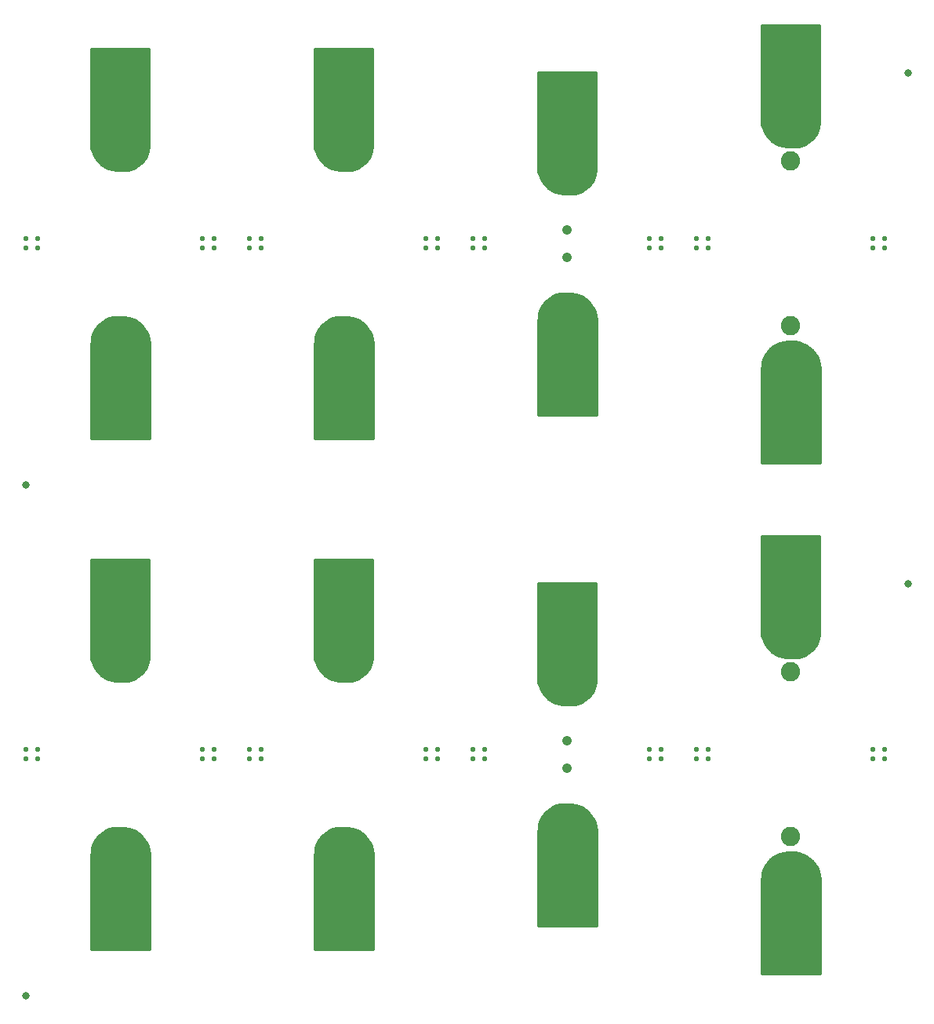
<source format=gbs>
G75*
%MOIN*%
%OFA0B0*%
%FSLAX25Y25*%
%IPPOS*%
%LPD*%
%AMOC8*
5,1,8,0,0,1.08239X$1,22.5*
%
%ADD10C,0.02300*%
%ADD11C,0.03300*%
%ADD12C,0.08200*%
%ADD13C,0.04146*%
%ADD14C,0.20800*%
%ADD15C,0.01000*%
D10*
X0043750Y0134250D03*
X0043750Y0138250D03*
X0048750Y0138250D03*
X0048750Y0134250D03*
X0118750Y0134250D03*
X0118750Y0138250D03*
X0123750Y0138250D03*
X0123750Y0134250D03*
X0138750Y0134250D03*
X0138750Y0138250D03*
X0143750Y0138250D03*
X0143750Y0134250D03*
X0213750Y0134250D03*
X0213750Y0138250D03*
X0218750Y0138250D03*
X0218750Y0134250D03*
X0233750Y0134250D03*
X0233750Y0138250D03*
X0238750Y0138250D03*
X0238750Y0134250D03*
X0308750Y0134250D03*
X0308750Y0138250D03*
X0313750Y0138250D03*
X0313750Y0134250D03*
X0328750Y0134250D03*
X0328750Y0138250D03*
X0333750Y0138250D03*
X0333750Y0134250D03*
X0403750Y0134250D03*
X0403750Y0138250D03*
X0408750Y0138250D03*
X0408750Y0134250D03*
X0408750Y0351250D03*
X0408750Y0355250D03*
X0403750Y0355250D03*
X0403750Y0351250D03*
X0333750Y0351250D03*
X0333750Y0355250D03*
X0328750Y0355250D03*
X0328750Y0351250D03*
X0313750Y0351250D03*
X0313750Y0355250D03*
X0308750Y0355250D03*
X0308750Y0351250D03*
X0238750Y0351250D03*
X0238750Y0355250D03*
X0233750Y0355250D03*
X0233750Y0351250D03*
X0218750Y0351250D03*
X0218750Y0355250D03*
X0213750Y0355250D03*
X0213750Y0351250D03*
X0143750Y0351250D03*
X0143750Y0355250D03*
X0138750Y0355250D03*
X0138750Y0351250D03*
X0123750Y0351250D03*
X0123750Y0355250D03*
X0118750Y0355250D03*
X0118750Y0351250D03*
X0048750Y0351250D03*
X0048750Y0355250D03*
X0043750Y0355250D03*
X0043750Y0351250D03*
D11*
X0043750Y0033750D03*
X0043750Y0250750D03*
X0418750Y0208750D03*
X0418750Y0425750D03*
D12*
X0368750Y0388250D03*
X0368750Y0318250D03*
X0368750Y0171250D03*
X0368750Y0101250D03*
D13*
X0273750Y0130344D03*
X0273750Y0142156D03*
X0273750Y0347344D03*
X0273750Y0359156D03*
D14*
X0273750Y0386750D03*
X0273750Y0409750D03*
X0273750Y0319750D03*
X0273750Y0296750D03*
X0368750Y0299250D03*
X0368750Y0276250D03*
X0368750Y0212750D03*
X0368750Y0189750D03*
X0273750Y0192750D03*
X0273750Y0169750D03*
X0273750Y0102750D03*
X0273750Y0079750D03*
X0368750Y0082250D03*
X0368750Y0059250D03*
X0178750Y0069750D03*
X0178750Y0092750D03*
X0178750Y0179750D03*
X0178750Y0202750D03*
X0178750Y0286750D03*
X0178750Y0309750D03*
X0178750Y0396750D03*
X0178750Y0419750D03*
X0083750Y0419750D03*
X0083750Y0396750D03*
X0083750Y0309750D03*
X0083750Y0286750D03*
X0083750Y0202750D03*
X0083750Y0179750D03*
X0083750Y0092750D03*
X0083750Y0069750D03*
X0368750Y0406750D03*
X0368750Y0429750D03*
D15*
X0381050Y0430152D02*
X0356250Y0430152D01*
X0356250Y0431150D02*
X0381050Y0431150D01*
X0381050Y0432149D02*
X0356250Y0432149D01*
X0356250Y0433147D02*
X0381050Y0433147D01*
X0381050Y0434146D02*
X0356250Y0434146D01*
X0356250Y0435144D02*
X0381050Y0435144D01*
X0381050Y0436143D02*
X0356250Y0436143D01*
X0356250Y0437141D02*
X0381050Y0437141D01*
X0381050Y0438140D02*
X0356250Y0438140D01*
X0356250Y0439138D02*
X0381050Y0439138D01*
X0381050Y0440137D02*
X0356250Y0440137D01*
X0356250Y0441135D02*
X0381050Y0441135D01*
X0381050Y0442134D02*
X0356250Y0442134D01*
X0356250Y0443132D02*
X0381050Y0443132D01*
X0381050Y0444131D02*
X0356250Y0444131D01*
X0356250Y0445129D02*
X0381050Y0445129D01*
X0381050Y0445950D02*
X0381050Y0405950D01*
X0380990Y0404351D01*
X0380703Y0402776D01*
X0380197Y0401257D01*
X0379481Y0399826D01*
X0378570Y0398510D01*
X0377482Y0397337D01*
X0376238Y0396329D01*
X0374865Y0395507D01*
X0373389Y0394888D01*
X0371840Y0394484D01*
X0370250Y0394304D01*
X0368650Y0394350D01*
X0366965Y0394385D01*
X0365301Y0394659D01*
X0363694Y0395167D01*
X0362175Y0395899D01*
X0360776Y0396839D01*
X0359525Y0397969D01*
X0358448Y0399266D01*
X0357566Y0400702D01*
X0356897Y0402250D01*
X0356455Y0403877D01*
X0356250Y0405550D01*
X0356250Y0445950D01*
X0381050Y0445950D01*
X0381050Y0429153D02*
X0356250Y0429153D01*
X0356250Y0428155D02*
X0381050Y0428155D01*
X0381050Y0427156D02*
X0356250Y0427156D01*
X0356250Y0426158D02*
X0381050Y0426158D01*
X0381050Y0425159D02*
X0356250Y0425159D01*
X0356250Y0424160D02*
X0381050Y0424160D01*
X0381050Y0423162D02*
X0356250Y0423162D01*
X0356250Y0422163D02*
X0381050Y0422163D01*
X0381050Y0421165D02*
X0356250Y0421165D01*
X0356250Y0420166D02*
X0381050Y0420166D01*
X0381050Y0419168D02*
X0356250Y0419168D01*
X0356250Y0418169D02*
X0381050Y0418169D01*
X0381050Y0417171D02*
X0356250Y0417171D01*
X0356250Y0416172D02*
X0381050Y0416172D01*
X0381050Y0415174D02*
X0356250Y0415174D01*
X0356250Y0414175D02*
X0381050Y0414175D01*
X0381050Y0413177D02*
X0356250Y0413177D01*
X0356250Y0412178D02*
X0381050Y0412178D01*
X0381050Y0411180D02*
X0356250Y0411180D01*
X0356250Y0410181D02*
X0381050Y0410181D01*
X0381050Y0409183D02*
X0356250Y0409183D01*
X0356250Y0408184D02*
X0381050Y0408184D01*
X0381050Y0407186D02*
X0356250Y0407186D01*
X0356250Y0406187D02*
X0381050Y0406187D01*
X0381021Y0405189D02*
X0356294Y0405189D01*
X0356417Y0404190D02*
X0380960Y0404190D01*
X0380779Y0403192D02*
X0356641Y0403192D01*
X0356921Y0402193D02*
X0380509Y0402193D01*
X0380166Y0401195D02*
X0357353Y0401195D01*
X0357876Y0400196D02*
X0379667Y0400196D01*
X0379046Y0399198D02*
X0358504Y0399198D01*
X0359334Y0398199D02*
X0378282Y0398199D01*
X0377314Y0397201D02*
X0360376Y0397201D01*
X0361724Y0396202D02*
X0376027Y0396202D01*
X0374141Y0395204D02*
X0363618Y0395204D01*
X0286050Y0395204D02*
X0261250Y0395204D01*
X0261250Y0396202D02*
X0286050Y0396202D01*
X0286050Y0397201D02*
X0261250Y0397201D01*
X0261250Y0398199D02*
X0286050Y0398199D01*
X0286050Y0399198D02*
X0261250Y0399198D01*
X0261250Y0400196D02*
X0286050Y0400196D01*
X0286050Y0401195D02*
X0261250Y0401195D01*
X0261250Y0402193D02*
X0286050Y0402193D01*
X0286050Y0403192D02*
X0261250Y0403192D01*
X0261250Y0404190D02*
X0286050Y0404190D01*
X0286050Y0405189D02*
X0261250Y0405189D01*
X0261250Y0406187D02*
X0286050Y0406187D01*
X0286050Y0407186D02*
X0261250Y0407186D01*
X0261250Y0408184D02*
X0286050Y0408184D01*
X0286050Y0409183D02*
X0261250Y0409183D01*
X0261250Y0410181D02*
X0286050Y0410181D01*
X0286050Y0411180D02*
X0261250Y0411180D01*
X0261250Y0412178D02*
X0286050Y0412178D01*
X0286050Y0413177D02*
X0261250Y0413177D01*
X0261250Y0414175D02*
X0286050Y0414175D01*
X0286050Y0415174D02*
X0261250Y0415174D01*
X0261250Y0416172D02*
X0286050Y0416172D01*
X0286050Y0417171D02*
X0261250Y0417171D01*
X0261250Y0418169D02*
X0286050Y0418169D01*
X0286050Y0419168D02*
X0261250Y0419168D01*
X0261250Y0420166D02*
X0286050Y0420166D01*
X0286050Y0421165D02*
X0261250Y0421165D01*
X0261250Y0422163D02*
X0286050Y0422163D01*
X0286050Y0423162D02*
X0261250Y0423162D01*
X0261250Y0424160D02*
X0286050Y0424160D01*
X0286050Y0425159D02*
X0261250Y0425159D01*
X0261250Y0425950D02*
X0261250Y0385550D01*
X0261455Y0383877D01*
X0261897Y0382250D01*
X0262566Y0380702D01*
X0263448Y0379266D01*
X0264525Y0377969D01*
X0265776Y0376839D01*
X0267175Y0375899D01*
X0268694Y0375167D01*
X0270301Y0374659D01*
X0271965Y0374385D01*
X0273650Y0374350D01*
X0275250Y0374304D01*
X0276840Y0374484D01*
X0278389Y0374888D01*
X0279865Y0375507D01*
X0281238Y0376329D01*
X0282482Y0377337D01*
X0283570Y0378510D01*
X0284481Y0379826D01*
X0285197Y0381257D01*
X0285703Y0382776D01*
X0285990Y0384351D01*
X0286050Y0385950D01*
X0286050Y0425950D01*
X0261250Y0425950D01*
X0261250Y0394205D02*
X0286050Y0394205D01*
X0286050Y0393207D02*
X0261250Y0393207D01*
X0261250Y0392208D02*
X0286050Y0392208D01*
X0286050Y0391210D02*
X0261250Y0391210D01*
X0261250Y0390211D02*
X0286050Y0390211D01*
X0286050Y0389213D02*
X0261250Y0389213D01*
X0261250Y0388214D02*
X0286050Y0388214D01*
X0286050Y0387216D02*
X0261250Y0387216D01*
X0261250Y0386217D02*
X0286050Y0386217D01*
X0286022Y0385219D02*
X0261291Y0385219D01*
X0261413Y0384220D02*
X0285966Y0384220D01*
X0285784Y0383222D02*
X0261633Y0383222D01*
X0261909Y0382223D02*
X0285519Y0382223D01*
X0285181Y0381224D02*
X0262340Y0381224D01*
X0262858Y0380226D02*
X0284681Y0380226D01*
X0284067Y0379227D02*
X0263479Y0379227D01*
X0264309Y0378229D02*
X0283309Y0378229D01*
X0282351Y0377230D02*
X0265343Y0377230D01*
X0266680Y0376232D02*
X0281076Y0376232D01*
X0279212Y0375233D02*
X0268556Y0375233D01*
X0272250Y0332196D02*
X0273850Y0332150D01*
X0275535Y0332115D01*
X0277199Y0331841D01*
X0278806Y0331333D01*
X0280325Y0330601D01*
X0281724Y0329661D01*
X0282975Y0328531D01*
X0284052Y0327234D01*
X0284934Y0325798D01*
X0285603Y0324250D01*
X0286045Y0322623D01*
X0286250Y0320950D01*
X0286250Y0280550D01*
X0261450Y0280550D01*
X0261450Y0320550D01*
X0261510Y0322149D01*
X0261797Y0323724D01*
X0262303Y0325243D01*
X0263019Y0326674D01*
X0263930Y0327990D01*
X0265018Y0329163D01*
X0266262Y0330171D01*
X0267635Y0330993D01*
X0269111Y0331612D01*
X0270660Y0332016D01*
X0272250Y0332196D01*
X0268365Y0331299D02*
X0278877Y0331299D01*
X0280772Y0330300D02*
X0266478Y0330300D01*
X0265189Y0329302D02*
X0282121Y0329302D01*
X0283164Y0328303D02*
X0264221Y0328303D01*
X0263455Y0327305D02*
X0283994Y0327305D01*
X0284622Y0326306D02*
X0262835Y0326306D01*
X0262335Y0325308D02*
X0285146Y0325308D01*
X0285577Y0324309D02*
X0261992Y0324309D01*
X0261721Y0323311D02*
X0285858Y0323311D01*
X0286083Y0322312D02*
X0261540Y0322312D01*
X0261479Y0321314D02*
X0286205Y0321314D01*
X0286250Y0320315D02*
X0261450Y0320315D01*
X0261450Y0319317D02*
X0286250Y0319317D01*
X0286250Y0318318D02*
X0261450Y0318318D01*
X0261450Y0317320D02*
X0286250Y0317320D01*
X0286250Y0316321D02*
X0261450Y0316321D01*
X0261450Y0315323D02*
X0286250Y0315323D01*
X0286250Y0314324D02*
X0261450Y0314324D01*
X0261450Y0313326D02*
X0286250Y0313326D01*
X0286250Y0312327D02*
X0261450Y0312327D01*
X0261450Y0311329D02*
X0286250Y0311329D01*
X0286250Y0310330D02*
X0261450Y0310330D01*
X0261450Y0309332D02*
X0286250Y0309332D01*
X0286250Y0308333D02*
X0261450Y0308333D01*
X0261450Y0307335D02*
X0286250Y0307335D01*
X0286250Y0306336D02*
X0261450Y0306336D01*
X0261450Y0305338D02*
X0286250Y0305338D01*
X0286250Y0304339D02*
X0261450Y0304339D01*
X0261450Y0303341D02*
X0286250Y0303341D01*
X0286250Y0302342D02*
X0261450Y0302342D01*
X0261450Y0301344D02*
X0286250Y0301344D01*
X0286250Y0300345D02*
X0261450Y0300345D01*
X0261450Y0299347D02*
X0286250Y0299347D01*
X0286250Y0298348D02*
X0261450Y0298348D01*
X0261450Y0297350D02*
X0286250Y0297350D01*
X0286250Y0296351D02*
X0261450Y0296351D01*
X0261450Y0295353D02*
X0286250Y0295353D01*
X0286250Y0294354D02*
X0261450Y0294354D01*
X0261450Y0293355D02*
X0286250Y0293355D01*
X0286250Y0292357D02*
X0261450Y0292357D01*
X0261450Y0291358D02*
X0286250Y0291358D01*
X0286250Y0290360D02*
X0261450Y0290360D01*
X0261450Y0289361D02*
X0286250Y0289361D01*
X0286250Y0288363D02*
X0261450Y0288363D01*
X0261450Y0287364D02*
X0286250Y0287364D01*
X0286250Y0286366D02*
X0261450Y0286366D01*
X0261450Y0285367D02*
X0286250Y0285367D01*
X0286250Y0284369D02*
X0261450Y0284369D01*
X0261450Y0283370D02*
X0286250Y0283370D01*
X0286250Y0282372D02*
X0261450Y0282372D01*
X0261450Y0281373D02*
X0286250Y0281373D01*
X0356450Y0281373D02*
X0381250Y0281373D01*
X0381250Y0280375D02*
X0356450Y0280375D01*
X0356450Y0279376D02*
X0381250Y0279376D01*
X0381250Y0278378D02*
X0356450Y0278378D01*
X0356450Y0277379D02*
X0381250Y0277379D01*
X0381250Y0276381D02*
X0356450Y0276381D01*
X0356450Y0275382D02*
X0381250Y0275382D01*
X0381250Y0274384D02*
X0356450Y0274384D01*
X0356450Y0273385D02*
X0381250Y0273385D01*
X0381250Y0272387D02*
X0356450Y0272387D01*
X0356450Y0271388D02*
X0381250Y0271388D01*
X0381250Y0270390D02*
X0356450Y0270390D01*
X0356450Y0269391D02*
X0381250Y0269391D01*
X0381250Y0268393D02*
X0356450Y0268393D01*
X0356450Y0267394D02*
X0381250Y0267394D01*
X0381250Y0266396D02*
X0356450Y0266396D01*
X0356450Y0265397D02*
X0381250Y0265397D01*
X0381250Y0264399D02*
X0356450Y0264399D01*
X0356450Y0263400D02*
X0381250Y0263400D01*
X0381250Y0262402D02*
X0356450Y0262402D01*
X0356450Y0261403D02*
X0381250Y0261403D01*
X0381250Y0260405D02*
X0356450Y0260405D01*
X0356450Y0260050D02*
X0356450Y0300050D01*
X0356510Y0301649D01*
X0356797Y0303224D01*
X0357303Y0304743D01*
X0358019Y0306174D01*
X0358930Y0307490D01*
X0360018Y0308663D01*
X0361262Y0309671D01*
X0362635Y0310493D01*
X0364111Y0311112D01*
X0365660Y0311516D01*
X0367250Y0311696D01*
X0368850Y0311650D01*
X0370535Y0311615D01*
X0372199Y0311341D01*
X0373806Y0310833D01*
X0375325Y0310101D01*
X0376724Y0309161D01*
X0377975Y0308031D01*
X0379052Y0306734D01*
X0379934Y0305298D01*
X0380603Y0303750D01*
X0381045Y0302123D01*
X0381250Y0300450D01*
X0381250Y0260050D01*
X0356450Y0260050D01*
X0356450Y0282372D02*
X0381250Y0282372D01*
X0381250Y0283370D02*
X0356450Y0283370D01*
X0356450Y0284369D02*
X0381250Y0284369D01*
X0381250Y0285367D02*
X0356450Y0285367D01*
X0356450Y0286366D02*
X0381250Y0286366D01*
X0381250Y0287364D02*
X0356450Y0287364D01*
X0356450Y0288363D02*
X0381250Y0288363D01*
X0381250Y0289361D02*
X0356450Y0289361D01*
X0356450Y0290360D02*
X0381250Y0290360D01*
X0381250Y0291358D02*
X0356450Y0291358D01*
X0356450Y0292357D02*
X0381250Y0292357D01*
X0381250Y0293355D02*
X0356450Y0293355D01*
X0356450Y0294354D02*
X0381250Y0294354D01*
X0381250Y0295353D02*
X0356450Y0295353D01*
X0356450Y0296351D02*
X0381250Y0296351D01*
X0381250Y0297350D02*
X0356450Y0297350D01*
X0356450Y0298348D02*
X0381250Y0298348D01*
X0381250Y0299347D02*
X0356450Y0299347D01*
X0356461Y0300345D02*
X0381250Y0300345D01*
X0381140Y0301344D02*
X0356499Y0301344D01*
X0356636Y0302342D02*
X0380985Y0302342D01*
X0380714Y0303341D02*
X0356835Y0303341D01*
X0357168Y0304339D02*
X0380349Y0304339D01*
X0379910Y0305338D02*
X0357600Y0305338D01*
X0358131Y0306336D02*
X0379297Y0306336D01*
X0378553Y0307335D02*
X0358822Y0307335D01*
X0359712Y0308333D02*
X0377640Y0308333D01*
X0376470Y0309332D02*
X0360843Y0309332D01*
X0362363Y0310330D02*
X0374849Y0310330D01*
X0372238Y0311329D02*
X0364943Y0311329D01*
X0356250Y0228950D02*
X0356250Y0188550D01*
X0356455Y0186877D01*
X0356897Y0185250D01*
X0357566Y0183702D01*
X0358448Y0182266D01*
X0359525Y0180969D01*
X0360776Y0179839D01*
X0362175Y0178899D01*
X0363694Y0178167D01*
X0365301Y0177659D01*
X0366965Y0177385D01*
X0368650Y0177350D01*
X0370250Y0177304D01*
X0371840Y0177484D01*
X0373389Y0177888D01*
X0374865Y0178507D01*
X0376238Y0179329D01*
X0377482Y0180337D01*
X0378570Y0181510D01*
X0379481Y0182826D01*
X0380197Y0184257D01*
X0380703Y0185776D01*
X0380990Y0187351D01*
X0381050Y0188950D01*
X0381050Y0228950D01*
X0356250Y0228950D01*
X0356250Y0228452D02*
X0381050Y0228452D01*
X0381050Y0227454D02*
X0356250Y0227454D01*
X0356250Y0226455D02*
X0381050Y0226455D01*
X0381050Y0225457D02*
X0356250Y0225457D01*
X0356250Y0224458D02*
X0381050Y0224458D01*
X0381050Y0223460D02*
X0356250Y0223460D01*
X0356250Y0222461D02*
X0381050Y0222461D01*
X0381050Y0221463D02*
X0356250Y0221463D01*
X0356250Y0220464D02*
X0381050Y0220464D01*
X0381050Y0219466D02*
X0356250Y0219466D01*
X0356250Y0218467D02*
X0381050Y0218467D01*
X0381050Y0217469D02*
X0356250Y0217469D01*
X0356250Y0216470D02*
X0381050Y0216470D01*
X0381050Y0215472D02*
X0356250Y0215472D01*
X0356250Y0214473D02*
X0381050Y0214473D01*
X0381050Y0213475D02*
X0356250Y0213475D01*
X0356250Y0212476D02*
X0381050Y0212476D01*
X0381050Y0211478D02*
X0356250Y0211478D01*
X0356250Y0210479D02*
X0381050Y0210479D01*
X0381050Y0209481D02*
X0356250Y0209481D01*
X0356250Y0208482D02*
X0381050Y0208482D01*
X0381050Y0207484D02*
X0356250Y0207484D01*
X0356250Y0206485D02*
X0381050Y0206485D01*
X0381050Y0205487D02*
X0356250Y0205487D01*
X0356250Y0204488D02*
X0381050Y0204488D01*
X0381050Y0203489D02*
X0356250Y0203489D01*
X0356250Y0202491D02*
X0381050Y0202491D01*
X0381050Y0201492D02*
X0356250Y0201492D01*
X0356250Y0200494D02*
X0381050Y0200494D01*
X0381050Y0199495D02*
X0356250Y0199495D01*
X0356250Y0198497D02*
X0381050Y0198497D01*
X0381050Y0197498D02*
X0356250Y0197498D01*
X0356250Y0196500D02*
X0381050Y0196500D01*
X0381050Y0195501D02*
X0356250Y0195501D01*
X0356250Y0194503D02*
X0381050Y0194503D01*
X0381050Y0193504D02*
X0356250Y0193504D01*
X0356250Y0192506D02*
X0381050Y0192506D01*
X0381050Y0191507D02*
X0356250Y0191507D01*
X0356250Y0190509D02*
X0381050Y0190509D01*
X0381050Y0189510D02*
X0356250Y0189510D01*
X0356255Y0188512D02*
X0381033Y0188512D01*
X0380996Y0187513D02*
X0356377Y0187513D01*
X0356554Y0186515D02*
X0380838Y0186515D01*
X0380617Y0185516D02*
X0356825Y0185516D01*
X0357213Y0184518D02*
X0380284Y0184518D01*
X0379828Y0183519D02*
X0357678Y0183519D01*
X0358291Y0182521D02*
X0379270Y0182521D01*
X0378578Y0181522D02*
X0359065Y0181522D01*
X0360018Y0180524D02*
X0377655Y0180524D01*
X0376481Y0179525D02*
X0361243Y0179525D01*
X0362948Y0178527D02*
X0374897Y0178527D01*
X0372008Y0177528D02*
X0366094Y0177528D01*
X0286050Y0177528D02*
X0261250Y0177528D01*
X0261250Y0176530D02*
X0286050Y0176530D01*
X0286050Y0175531D02*
X0261250Y0175531D01*
X0261250Y0174533D02*
X0286050Y0174533D01*
X0286050Y0173534D02*
X0261250Y0173534D01*
X0261250Y0172536D02*
X0286050Y0172536D01*
X0286050Y0171537D02*
X0261250Y0171537D01*
X0261250Y0170539D02*
X0286050Y0170539D01*
X0286050Y0169540D02*
X0261250Y0169540D01*
X0261250Y0168550D02*
X0261250Y0208950D01*
X0286050Y0208950D01*
X0286050Y0168950D01*
X0285990Y0167351D01*
X0285703Y0165776D01*
X0285197Y0164257D01*
X0284481Y0162826D01*
X0283570Y0161510D01*
X0282482Y0160337D01*
X0281238Y0159329D01*
X0279865Y0158507D01*
X0278389Y0157888D01*
X0276840Y0157484D01*
X0275250Y0157304D01*
X0273650Y0157350D01*
X0271965Y0157385D01*
X0270301Y0157659D01*
X0268694Y0158167D01*
X0267175Y0158899D01*
X0265776Y0159839D01*
X0264525Y0160969D01*
X0263448Y0162266D01*
X0262566Y0163702D01*
X0261897Y0165250D01*
X0261455Y0166877D01*
X0261250Y0168550D01*
X0261251Y0168542D02*
X0286035Y0168542D01*
X0285997Y0167543D02*
X0261374Y0167543D01*
X0261546Y0166545D02*
X0285843Y0166545D01*
X0285627Y0165546D02*
X0261817Y0165546D01*
X0262200Y0164548D02*
X0285294Y0164548D01*
X0284843Y0163549D02*
X0262660Y0163549D01*
X0263273Y0162551D02*
X0284291Y0162551D01*
X0283599Y0161552D02*
X0264041Y0161552D01*
X0264985Y0160553D02*
X0282683Y0160553D01*
X0281517Y0159555D02*
X0266199Y0159555D01*
X0267886Y0158556D02*
X0279947Y0158556D01*
X0277122Y0157558D02*
X0270914Y0157558D01*
X0261250Y0178527D02*
X0286050Y0178527D01*
X0286050Y0179525D02*
X0261250Y0179525D01*
X0261250Y0180524D02*
X0286050Y0180524D01*
X0286050Y0181522D02*
X0261250Y0181522D01*
X0261250Y0182521D02*
X0286050Y0182521D01*
X0286050Y0183519D02*
X0261250Y0183519D01*
X0261250Y0184518D02*
X0286050Y0184518D01*
X0286050Y0185516D02*
X0261250Y0185516D01*
X0261250Y0186515D02*
X0286050Y0186515D01*
X0286050Y0187513D02*
X0261250Y0187513D01*
X0261250Y0188512D02*
X0286050Y0188512D01*
X0286050Y0189510D02*
X0261250Y0189510D01*
X0261250Y0190509D02*
X0286050Y0190509D01*
X0286050Y0191507D02*
X0261250Y0191507D01*
X0261250Y0192506D02*
X0286050Y0192506D01*
X0286050Y0193504D02*
X0261250Y0193504D01*
X0261250Y0194503D02*
X0286050Y0194503D01*
X0286050Y0195501D02*
X0261250Y0195501D01*
X0261250Y0196500D02*
X0286050Y0196500D01*
X0286050Y0197498D02*
X0261250Y0197498D01*
X0261250Y0198497D02*
X0286050Y0198497D01*
X0286050Y0199495D02*
X0261250Y0199495D01*
X0261250Y0200494D02*
X0286050Y0200494D01*
X0286050Y0201492D02*
X0261250Y0201492D01*
X0261250Y0202491D02*
X0286050Y0202491D01*
X0286050Y0203489D02*
X0261250Y0203489D01*
X0261250Y0204488D02*
X0286050Y0204488D01*
X0286050Y0205487D02*
X0261250Y0205487D01*
X0261250Y0206485D02*
X0286050Y0206485D01*
X0286050Y0207484D02*
X0261250Y0207484D01*
X0261250Y0208482D02*
X0286050Y0208482D01*
X0275535Y0115115D02*
X0273850Y0115150D01*
X0272250Y0115196D01*
X0270660Y0115016D01*
X0269111Y0114612D01*
X0267635Y0113993D01*
X0266262Y0113171D01*
X0265018Y0112163D01*
X0263930Y0110990D01*
X0263019Y0109674D01*
X0262303Y0108243D01*
X0261797Y0106724D01*
X0261510Y0105149D01*
X0261450Y0103550D01*
X0261450Y0063550D01*
X0286250Y0063550D01*
X0286250Y0103950D01*
X0286045Y0105623D01*
X0285603Y0107250D01*
X0284934Y0108798D01*
X0284052Y0110234D01*
X0282975Y0111531D01*
X0281724Y0112661D01*
X0280325Y0113601D01*
X0278806Y0114333D01*
X0277199Y0114841D01*
X0275535Y0115115D01*
X0277892Y0114622D02*
X0269150Y0114622D01*
X0267018Y0113623D02*
X0280279Y0113623D01*
X0281764Y0112625D02*
X0265588Y0112625D01*
X0264520Y0111626D02*
X0282869Y0111626D01*
X0283725Y0110628D02*
X0263679Y0110628D01*
X0262996Y0109629D02*
X0284424Y0109629D01*
X0285006Y0108631D02*
X0262497Y0108631D01*
X0262099Y0107632D02*
X0285438Y0107632D01*
X0285770Y0106634D02*
X0261780Y0106634D01*
X0261599Y0105635D02*
X0286041Y0105635D01*
X0286166Y0104637D02*
X0261491Y0104637D01*
X0261453Y0103638D02*
X0286250Y0103638D01*
X0286250Y0102640D02*
X0261450Y0102640D01*
X0261450Y0101641D02*
X0286250Y0101641D01*
X0286250Y0100643D02*
X0261450Y0100643D01*
X0261450Y0099644D02*
X0286250Y0099644D01*
X0286250Y0098646D02*
X0261450Y0098646D01*
X0261450Y0097647D02*
X0286250Y0097647D01*
X0286250Y0096649D02*
X0261450Y0096649D01*
X0261450Y0095650D02*
X0286250Y0095650D01*
X0286250Y0094652D02*
X0261450Y0094652D01*
X0261450Y0093653D02*
X0286250Y0093653D01*
X0286250Y0092655D02*
X0261450Y0092655D01*
X0261450Y0091656D02*
X0286250Y0091656D01*
X0286250Y0090658D02*
X0261450Y0090658D01*
X0261450Y0089659D02*
X0286250Y0089659D01*
X0286250Y0088661D02*
X0261450Y0088661D01*
X0261450Y0087662D02*
X0286250Y0087662D01*
X0286250Y0086664D02*
X0261450Y0086664D01*
X0261450Y0085665D02*
X0286250Y0085665D01*
X0286250Y0084667D02*
X0261450Y0084667D01*
X0261450Y0083668D02*
X0286250Y0083668D01*
X0286250Y0082670D02*
X0261450Y0082670D01*
X0261450Y0081671D02*
X0286250Y0081671D01*
X0286250Y0080673D02*
X0261450Y0080673D01*
X0261450Y0079674D02*
X0286250Y0079674D01*
X0286250Y0078676D02*
X0261450Y0078676D01*
X0261450Y0077677D02*
X0286250Y0077677D01*
X0286250Y0076679D02*
X0261450Y0076679D01*
X0261450Y0075680D02*
X0286250Y0075680D01*
X0286250Y0074682D02*
X0261450Y0074682D01*
X0261450Y0073683D02*
X0286250Y0073683D01*
X0286250Y0072684D02*
X0261450Y0072684D01*
X0261450Y0071686D02*
X0286250Y0071686D01*
X0286250Y0070687D02*
X0261450Y0070687D01*
X0261450Y0069689D02*
X0286250Y0069689D01*
X0286250Y0068690D02*
X0261450Y0068690D01*
X0261450Y0067692D02*
X0286250Y0067692D01*
X0286250Y0066693D02*
X0261450Y0066693D01*
X0261450Y0065695D02*
X0286250Y0065695D01*
X0286250Y0064696D02*
X0261450Y0064696D01*
X0261450Y0063698D02*
X0286250Y0063698D01*
X0356450Y0063698D02*
X0381250Y0063698D01*
X0381250Y0064696D02*
X0356450Y0064696D01*
X0356450Y0065695D02*
X0381250Y0065695D01*
X0381250Y0066693D02*
X0356450Y0066693D01*
X0356450Y0067692D02*
X0381250Y0067692D01*
X0381250Y0068690D02*
X0356450Y0068690D01*
X0356450Y0069689D02*
X0381250Y0069689D01*
X0381250Y0070687D02*
X0356450Y0070687D01*
X0356450Y0071686D02*
X0381250Y0071686D01*
X0381250Y0072684D02*
X0356450Y0072684D01*
X0356450Y0073683D02*
X0381250Y0073683D01*
X0381250Y0074682D02*
X0356450Y0074682D01*
X0356450Y0075680D02*
X0381250Y0075680D01*
X0381250Y0076679D02*
X0356450Y0076679D01*
X0356450Y0077677D02*
X0381250Y0077677D01*
X0381250Y0078676D02*
X0356450Y0078676D01*
X0356450Y0079674D02*
X0381250Y0079674D01*
X0381250Y0080673D02*
X0356450Y0080673D01*
X0356450Y0081671D02*
X0381250Y0081671D01*
X0381250Y0082670D02*
X0356450Y0082670D01*
X0356450Y0083050D02*
X0356510Y0084649D01*
X0356797Y0086224D01*
X0357303Y0087743D01*
X0358019Y0089174D01*
X0358930Y0090490D01*
X0360018Y0091663D01*
X0361262Y0092671D01*
X0362635Y0093493D01*
X0364111Y0094112D01*
X0365660Y0094516D01*
X0367250Y0094696D01*
X0368850Y0094650D01*
X0370535Y0094615D01*
X0372199Y0094341D01*
X0373806Y0093833D01*
X0375325Y0093101D01*
X0376724Y0092161D01*
X0377975Y0091031D01*
X0379052Y0089734D01*
X0379934Y0088298D01*
X0380603Y0086750D01*
X0381045Y0085123D01*
X0381250Y0083450D01*
X0381250Y0043050D01*
X0356450Y0043050D01*
X0356450Y0083050D01*
X0356473Y0083668D02*
X0381223Y0083668D01*
X0381101Y0084667D02*
X0356514Y0084667D01*
X0356695Y0085665D02*
X0380897Y0085665D01*
X0380626Y0086664D02*
X0356943Y0086664D01*
X0357276Y0087662D02*
X0380209Y0087662D01*
X0379712Y0088661D02*
X0357762Y0088661D01*
X0358355Y0089659D02*
X0379099Y0089659D01*
X0378285Y0090658D02*
X0359086Y0090658D01*
X0360012Y0091656D02*
X0377283Y0091656D01*
X0375989Y0092655D02*
X0361241Y0092655D01*
X0363018Y0093653D02*
X0374179Y0093653D01*
X0368790Y0094652D02*
X0366858Y0094652D01*
X0356450Y0062699D02*
X0381250Y0062699D01*
X0381250Y0061701D02*
X0356450Y0061701D01*
X0356450Y0060702D02*
X0381250Y0060702D01*
X0381250Y0059704D02*
X0356450Y0059704D01*
X0356450Y0058705D02*
X0381250Y0058705D01*
X0381250Y0057707D02*
X0356450Y0057707D01*
X0356450Y0056708D02*
X0381250Y0056708D01*
X0381250Y0055710D02*
X0356450Y0055710D01*
X0356450Y0054711D02*
X0381250Y0054711D01*
X0381250Y0053713D02*
X0356450Y0053713D01*
X0356450Y0052714D02*
X0381250Y0052714D01*
X0381250Y0051716D02*
X0356450Y0051716D01*
X0356450Y0050717D02*
X0381250Y0050717D01*
X0381250Y0049719D02*
X0356450Y0049719D01*
X0356450Y0048720D02*
X0381250Y0048720D01*
X0381250Y0047722D02*
X0356450Y0047722D01*
X0356450Y0046723D02*
X0381250Y0046723D01*
X0381250Y0045725D02*
X0356450Y0045725D01*
X0356450Y0044726D02*
X0381250Y0044726D01*
X0381250Y0043728D02*
X0356450Y0043728D01*
X0191250Y0053550D02*
X0191250Y0093950D01*
X0191045Y0095623D01*
X0190603Y0097250D01*
X0189934Y0098798D01*
X0189052Y0100234D01*
X0187975Y0101531D01*
X0186724Y0102661D01*
X0185325Y0103601D01*
X0183806Y0104333D01*
X0182199Y0104841D01*
X0180535Y0105115D01*
X0178850Y0105150D01*
X0177250Y0105196D01*
X0175660Y0105016D01*
X0174111Y0104612D01*
X0172635Y0103993D01*
X0171262Y0103171D01*
X0170018Y0102163D01*
X0168930Y0100990D01*
X0168019Y0099674D01*
X0167303Y0098243D01*
X0166797Y0096724D01*
X0166510Y0095149D01*
X0166450Y0093550D01*
X0166450Y0053550D01*
X0191250Y0053550D01*
X0191250Y0053713D02*
X0166450Y0053713D01*
X0166450Y0054711D02*
X0191250Y0054711D01*
X0191250Y0055710D02*
X0166450Y0055710D01*
X0166450Y0056708D02*
X0191250Y0056708D01*
X0191250Y0057707D02*
X0166450Y0057707D01*
X0166450Y0058705D02*
X0191250Y0058705D01*
X0191250Y0059704D02*
X0166450Y0059704D01*
X0166450Y0060702D02*
X0191250Y0060702D01*
X0191250Y0061701D02*
X0166450Y0061701D01*
X0166450Y0062699D02*
X0191250Y0062699D01*
X0191250Y0063698D02*
X0166450Y0063698D01*
X0166450Y0064696D02*
X0191250Y0064696D01*
X0191250Y0065695D02*
X0166450Y0065695D01*
X0166450Y0066693D02*
X0191250Y0066693D01*
X0191250Y0067692D02*
X0166450Y0067692D01*
X0166450Y0068690D02*
X0191250Y0068690D01*
X0191250Y0069689D02*
X0166450Y0069689D01*
X0166450Y0070687D02*
X0191250Y0070687D01*
X0191250Y0071686D02*
X0166450Y0071686D01*
X0166450Y0072684D02*
X0191250Y0072684D01*
X0191250Y0073683D02*
X0166450Y0073683D01*
X0166450Y0074682D02*
X0191250Y0074682D01*
X0191250Y0075680D02*
X0166450Y0075680D01*
X0166450Y0076679D02*
X0191250Y0076679D01*
X0191250Y0077677D02*
X0166450Y0077677D01*
X0166450Y0078676D02*
X0191250Y0078676D01*
X0191250Y0079674D02*
X0166450Y0079674D01*
X0166450Y0080673D02*
X0191250Y0080673D01*
X0191250Y0081671D02*
X0166450Y0081671D01*
X0166450Y0082670D02*
X0191250Y0082670D01*
X0191250Y0083668D02*
X0166450Y0083668D01*
X0166450Y0084667D02*
X0191250Y0084667D01*
X0191250Y0085665D02*
X0166450Y0085665D01*
X0166450Y0086664D02*
X0191250Y0086664D01*
X0191250Y0087662D02*
X0166450Y0087662D01*
X0166450Y0088661D02*
X0191250Y0088661D01*
X0191250Y0089659D02*
X0166450Y0089659D01*
X0166450Y0090658D02*
X0191250Y0090658D01*
X0191250Y0091656D02*
X0166450Y0091656D01*
X0166450Y0092655D02*
X0191250Y0092655D01*
X0191250Y0093653D02*
X0166454Y0093653D01*
X0166492Y0094652D02*
X0191164Y0094652D01*
X0191037Y0095650D02*
X0166601Y0095650D01*
X0166783Y0096649D02*
X0190766Y0096649D01*
X0190431Y0097647D02*
X0167104Y0097647D01*
X0167504Y0098646D02*
X0190000Y0098646D01*
X0189415Y0099644D02*
X0168004Y0099644D01*
X0168690Y0100643D02*
X0188713Y0100643D01*
X0187853Y0101641D02*
X0169534Y0101641D01*
X0170606Y0102640D02*
X0186747Y0102640D01*
X0185248Y0103638D02*
X0172043Y0103638D01*
X0174207Y0104637D02*
X0182845Y0104637D01*
X0180250Y0167304D02*
X0178650Y0167350D01*
X0176965Y0167385D01*
X0175301Y0167659D01*
X0173694Y0168167D01*
X0172175Y0168899D01*
X0170776Y0169839D01*
X0169525Y0170969D01*
X0168448Y0172266D01*
X0167566Y0173702D01*
X0166897Y0175250D01*
X0166455Y0176877D01*
X0166250Y0178550D01*
X0166250Y0218950D01*
X0191050Y0218950D01*
X0191050Y0178950D01*
X0190990Y0177351D01*
X0190703Y0175776D01*
X0190197Y0174257D01*
X0189481Y0172826D01*
X0188570Y0171510D01*
X0187482Y0170337D01*
X0186238Y0169329D01*
X0184865Y0168507D01*
X0183389Y0167888D01*
X0181840Y0167484D01*
X0180250Y0167304D01*
X0182065Y0167543D02*
X0176004Y0167543D01*
X0172917Y0168542D02*
X0184922Y0168542D01*
X0186499Y0169540D02*
X0171221Y0169540D01*
X0170002Y0170539D02*
X0187669Y0170539D01*
X0188589Y0171537D02*
X0169053Y0171537D01*
X0168282Y0172536D02*
X0189280Y0172536D01*
X0189836Y0173534D02*
X0167669Y0173534D01*
X0167207Y0174533D02*
X0190289Y0174533D01*
X0190622Y0175531D02*
X0166821Y0175531D01*
X0166550Y0176530D02*
X0190840Y0176530D01*
X0190996Y0177528D02*
X0166376Y0177528D01*
X0166253Y0178527D02*
X0191034Y0178527D01*
X0191050Y0179525D02*
X0166250Y0179525D01*
X0166250Y0180524D02*
X0191050Y0180524D01*
X0191050Y0181522D02*
X0166250Y0181522D01*
X0166250Y0182521D02*
X0191050Y0182521D01*
X0191050Y0183519D02*
X0166250Y0183519D01*
X0166250Y0184518D02*
X0191050Y0184518D01*
X0191050Y0185516D02*
X0166250Y0185516D01*
X0166250Y0186515D02*
X0191050Y0186515D01*
X0191050Y0187513D02*
X0166250Y0187513D01*
X0166250Y0188512D02*
X0191050Y0188512D01*
X0191050Y0189510D02*
X0166250Y0189510D01*
X0166250Y0190509D02*
X0191050Y0190509D01*
X0191050Y0191507D02*
X0166250Y0191507D01*
X0166250Y0192506D02*
X0191050Y0192506D01*
X0191050Y0193504D02*
X0166250Y0193504D01*
X0166250Y0194503D02*
X0191050Y0194503D01*
X0191050Y0195501D02*
X0166250Y0195501D01*
X0166250Y0196500D02*
X0191050Y0196500D01*
X0191050Y0197498D02*
X0166250Y0197498D01*
X0166250Y0198497D02*
X0191050Y0198497D01*
X0191050Y0199495D02*
X0166250Y0199495D01*
X0166250Y0200494D02*
X0191050Y0200494D01*
X0191050Y0201492D02*
X0166250Y0201492D01*
X0166250Y0202491D02*
X0191050Y0202491D01*
X0191050Y0203489D02*
X0166250Y0203489D01*
X0166250Y0204488D02*
X0191050Y0204488D01*
X0191050Y0205487D02*
X0166250Y0205487D01*
X0166250Y0206485D02*
X0191050Y0206485D01*
X0191050Y0207484D02*
X0166250Y0207484D01*
X0166250Y0208482D02*
X0191050Y0208482D01*
X0191050Y0209481D02*
X0166250Y0209481D01*
X0166250Y0210479D02*
X0191050Y0210479D01*
X0191050Y0211478D02*
X0166250Y0211478D01*
X0166250Y0212476D02*
X0191050Y0212476D01*
X0191050Y0213475D02*
X0166250Y0213475D01*
X0166250Y0214473D02*
X0191050Y0214473D01*
X0191050Y0215472D02*
X0166250Y0215472D01*
X0166250Y0216470D02*
X0191050Y0216470D01*
X0191050Y0217469D02*
X0166250Y0217469D01*
X0166250Y0218467D02*
X0191050Y0218467D01*
X0191250Y0270550D02*
X0166450Y0270550D01*
X0166450Y0310550D01*
X0166510Y0312149D01*
X0166797Y0313724D01*
X0167303Y0315243D01*
X0168019Y0316674D01*
X0168930Y0317990D01*
X0170018Y0319163D01*
X0171262Y0320171D01*
X0172635Y0320993D01*
X0174111Y0321612D01*
X0175660Y0322016D01*
X0177250Y0322196D01*
X0178850Y0322150D01*
X0180535Y0322115D01*
X0182199Y0321841D01*
X0183806Y0321333D01*
X0185325Y0320601D01*
X0186724Y0319661D01*
X0187975Y0318531D01*
X0189052Y0317234D01*
X0189934Y0315798D01*
X0190603Y0314250D01*
X0191045Y0312623D01*
X0191250Y0310950D01*
X0191250Y0270550D01*
X0191250Y0271388D02*
X0166450Y0271388D01*
X0166450Y0272387D02*
X0191250Y0272387D01*
X0191250Y0273385D02*
X0166450Y0273385D01*
X0166450Y0274384D02*
X0191250Y0274384D01*
X0191250Y0275382D02*
X0166450Y0275382D01*
X0166450Y0276381D02*
X0191250Y0276381D01*
X0191250Y0277379D02*
X0166450Y0277379D01*
X0166450Y0278378D02*
X0191250Y0278378D01*
X0191250Y0279376D02*
X0166450Y0279376D01*
X0166450Y0280375D02*
X0191250Y0280375D01*
X0191250Y0281373D02*
X0166450Y0281373D01*
X0166450Y0282372D02*
X0191250Y0282372D01*
X0191250Y0283370D02*
X0166450Y0283370D01*
X0166450Y0284369D02*
X0191250Y0284369D01*
X0191250Y0285367D02*
X0166450Y0285367D01*
X0166450Y0286366D02*
X0191250Y0286366D01*
X0191250Y0287364D02*
X0166450Y0287364D01*
X0166450Y0288363D02*
X0191250Y0288363D01*
X0191250Y0289361D02*
X0166450Y0289361D01*
X0166450Y0290360D02*
X0191250Y0290360D01*
X0191250Y0291358D02*
X0166450Y0291358D01*
X0166450Y0292357D02*
X0191250Y0292357D01*
X0191250Y0293355D02*
X0166450Y0293355D01*
X0166450Y0294354D02*
X0191250Y0294354D01*
X0191250Y0295353D02*
X0166450Y0295353D01*
X0166450Y0296351D02*
X0191250Y0296351D01*
X0191250Y0297350D02*
X0166450Y0297350D01*
X0166450Y0298348D02*
X0191250Y0298348D01*
X0191250Y0299347D02*
X0166450Y0299347D01*
X0166450Y0300345D02*
X0191250Y0300345D01*
X0191250Y0301344D02*
X0166450Y0301344D01*
X0166450Y0302342D02*
X0191250Y0302342D01*
X0191250Y0303341D02*
X0166450Y0303341D01*
X0166450Y0304339D02*
X0191250Y0304339D01*
X0191250Y0305338D02*
X0166450Y0305338D01*
X0166450Y0306336D02*
X0191250Y0306336D01*
X0191250Y0307335D02*
X0166450Y0307335D01*
X0166450Y0308333D02*
X0191250Y0308333D01*
X0191250Y0309332D02*
X0166450Y0309332D01*
X0166450Y0310330D02*
X0191250Y0310330D01*
X0191203Y0311329D02*
X0166479Y0311329D01*
X0166543Y0312327D02*
X0191081Y0312327D01*
X0190854Y0313326D02*
X0166724Y0313326D01*
X0166997Y0314324D02*
X0190571Y0314324D01*
X0190140Y0315323D02*
X0167343Y0315323D01*
X0167842Y0316321D02*
X0189613Y0316321D01*
X0188981Y0317320D02*
X0168466Y0317320D01*
X0169234Y0318318D02*
X0188152Y0318318D01*
X0187105Y0319317D02*
X0170207Y0319317D01*
X0171503Y0320315D02*
X0185750Y0320315D01*
X0183846Y0321314D02*
X0173401Y0321314D01*
X0176965Y0384385D02*
X0175301Y0384659D01*
X0173694Y0385167D01*
X0172175Y0385899D01*
X0170776Y0386839D01*
X0169525Y0387969D01*
X0168448Y0389266D01*
X0167566Y0390702D01*
X0166897Y0392250D01*
X0166455Y0393877D01*
X0166250Y0395550D01*
X0166250Y0435950D01*
X0191050Y0435950D01*
X0191050Y0395950D01*
X0190990Y0394351D01*
X0190703Y0392776D01*
X0190197Y0391257D01*
X0189481Y0389826D01*
X0188570Y0388510D01*
X0187482Y0387337D01*
X0186238Y0386329D01*
X0184865Y0385507D01*
X0183389Y0384888D01*
X0181840Y0384484D01*
X0180250Y0384304D01*
X0178650Y0384350D01*
X0176965Y0384385D01*
X0173587Y0385219D02*
X0184176Y0385219D01*
X0186051Y0386217D02*
X0171702Y0386217D01*
X0170359Y0387216D02*
X0187332Y0387216D01*
X0188296Y0388214D02*
X0169322Y0388214D01*
X0168492Y0389213D02*
X0189057Y0389213D01*
X0189674Y0390211D02*
X0167867Y0390211D01*
X0167346Y0391210D02*
X0190173Y0391210D01*
X0190514Y0392208D02*
X0166915Y0392208D01*
X0166637Y0393207D02*
X0190782Y0393207D01*
X0190963Y0394205D02*
X0166415Y0394205D01*
X0166293Y0395204D02*
X0191022Y0395204D01*
X0191050Y0396202D02*
X0166250Y0396202D01*
X0166250Y0397201D02*
X0191050Y0397201D01*
X0191050Y0398199D02*
X0166250Y0398199D01*
X0166250Y0399198D02*
X0191050Y0399198D01*
X0191050Y0400196D02*
X0166250Y0400196D01*
X0166250Y0401195D02*
X0191050Y0401195D01*
X0191050Y0402193D02*
X0166250Y0402193D01*
X0166250Y0403192D02*
X0191050Y0403192D01*
X0191050Y0404190D02*
X0166250Y0404190D01*
X0166250Y0405189D02*
X0191050Y0405189D01*
X0191050Y0406187D02*
X0166250Y0406187D01*
X0166250Y0407186D02*
X0191050Y0407186D01*
X0191050Y0408184D02*
X0166250Y0408184D01*
X0166250Y0409183D02*
X0191050Y0409183D01*
X0191050Y0410181D02*
X0166250Y0410181D01*
X0166250Y0411180D02*
X0191050Y0411180D01*
X0191050Y0412178D02*
X0166250Y0412178D01*
X0166250Y0413177D02*
X0191050Y0413177D01*
X0191050Y0414175D02*
X0166250Y0414175D01*
X0166250Y0415174D02*
X0191050Y0415174D01*
X0191050Y0416172D02*
X0166250Y0416172D01*
X0166250Y0417171D02*
X0191050Y0417171D01*
X0191050Y0418169D02*
X0166250Y0418169D01*
X0166250Y0419168D02*
X0191050Y0419168D01*
X0191050Y0420166D02*
X0166250Y0420166D01*
X0166250Y0421165D02*
X0191050Y0421165D01*
X0191050Y0422163D02*
X0166250Y0422163D01*
X0166250Y0423162D02*
X0191050Y0423162D01*
X0191050Y0424160D02*
X0166250Y0424160D01*
X0166250Y0425159D02*
X0191050Y0425159D01*
X0191050Y0426158D02*
X0166250Y0426158D01*
X0166250Y0427156D02*
X0191050Y0427156D01*
X0191050Y0428155D02*
X0166250Y0428155D01*
X0166250Y0429153D02*
X0191050Y0429153D01*
X0191050Y0430152D02*
X0166250Y0430152D01*
X0166250Y0431150D02*
X0191050Y0431150D01*
X0191050Y0432149D02*
X0166250Y0432149D01*
X0166250Y0433147D02*
X0191050Y0433147D01*
X0191050Y0434146D02*
X0166250Y0434146D01*
X0166250Y0435144D02*
X0191050Y0435144D01*
X0096050Y0435144D02*
X0071250Y0435144D01*
X0071250Y0435950D02*
X0071250Y0395550D01*
X0071455Y0393877D01*
X0071897Y0392250D01*
X0072566Y0390702D01*
X0073448Y0389266D01*
X0074525Y0387969D01*
X0075776Y0386839D01*
X0077175Y0385899D01*
X0078694Y0385167D01*
X0080301Y0384659D01*
X0081965Y0384385D01*
X0083650Y0384350D01*
X0085250Y0384304D01*
X0086840Y0384484D01*
X0088389Y0384888D01*
X0089865Y0385507D01*
X0091238Y0386329D01*
X0092482Y0387337D01*
X0093570Y0388510D01*
X0094481Y0389826D01*
X0095197Y0391257D01*
X0095703Y0392776D01*
X0095990Y0394351D01*
X0096050Y0395950D01*
X0096050Y0435950D01*
X0071250Y0435950D01*
X0071250Y0434146D02*
X0096050Y0434146D01*
X0096050Y0433147D02*
X0071250Y0433147D01*
X0071250Y0432149D02*
X0096050Y0432149D01*
X0096050Y0431150D02*
X0071250Y0431150D01*
X0071250Y0430152D02*
X0096050Y0430152D01*
X0096050Y0429153D02*
X0071250Y0429153D01*
X0071250Y0428155D02*
X0096050Y0428155D01*
X0096050Y0427156D02*
X0071250Y0427156D01*
X0071250Y0426158D02*
X0096050Y0426158D01*
X0096050Y0425159D02*
X0071250Y0425159D01*
X0071250Y0424160D02*
X0096050Y0424160D01*
X0096050Y0423162D02*
X0071250Y0423162D01*
X0071250Y0422163D02*
X0096050Y0422163D01*
X0096050Y0421165D02*
X0071250Y0421165D01*
X0071250Y0420166D02*
X0096050Y0420166D01*
X0096050Y0419168D02*
X0071250Y0419168D01*
X0071250Y0418169D02*
X0096050Y0418169D01*
X0096050Y0417171D02*
X0071250Y0417171D01*
X0071250Y0416172D02*
X0096050Y0416172D01*
X0096050Y0415174D02*
X0071250Y0415174D01*
X0071250Y0414175D02*
X0096050Y0414175D01*
X0096050Y0413177D02*
X0071250Y0413177D01*
X0071250Y0412178D02*
X0096050Y0412178D01*
X0096050Y0411180D02*
X0071250Y0411180D01*
X0071250Y0410181D02*
X0096050Y0410181D01*
X0096050Y0409183D02*
X0071250Y0409183D01*
X0071250Y0408184D02*
X0096050Y0408184D01*
X0096050Y0407186D02*
X0071250Y0407186D01*
X0071250Y0406187D02*
X0096050Y0406187D01*
X0096050Y0405189D02*
X0071250Y0405189D01*
X0071250Y0404190D02*
X0096050Y0404190D01*
X0096050Y0403192D02*
X0071250Y0403192D01*
X0071250Y0402193D02*
X0096050Y0402193D01*
X0096050Y0401195D02*
X0071250Y0401195D01*
X0071250Y0400196D02*
X0096050Y0400196D01*
X0096050Y0399198D02*
X0071250Y0399198D01*
X0071250Y0398199D02*
X0096050Y0398199D01*
X0096050Y0397201D02*
X0071250Y0397201D01*
X0071250Y0396202D02*
X0096050Y0396202D01*
X0096022Y0395204D02*
X0071293Y0395204D01*
X0071415Y0394205D02*
X0095963Y0394205D01*
X0095782Y0393207D02*
X0071637Y0393207D01*
X0071915Y0392208D02*
X0095514Y0392208D01*
X0095173Y0391210D02*
X0072346Y0391210D01*
X0072867Y0390211D02*
X0094674Y0390211D01*
X0094057Y0389213D02*
X0073492Y0389213D01*
X0074322Y0388214D02*
X0093296Y0388214D01*
X0092332Y0387216D02*
X0075359Y0387216D01*
X0076702Y0386217D02*
X0091051Y0386217D01*
X0089176Y0385219D02*
X0078587Y0385219D01*
X0082250Y0322196D02*
X0083850Y0322150D01*
X0085535Y0322115D01*
X0087199Y0321841D01*
X0088806Y0321333D01*
X0090325Y0320601D01*
X0091724Y0319661D01*
X0092975Y0318531D01*
X0094052Y0317234D01*
X0094934Y0315798D01*
X0095603Y0314250D01*
X0096045Y0312623D01*
X0096250Y0310950D01*
X0096250Y0270550D01*
X0071450Y0270550D01*
X0071450Y0310550D01*
X0071510Y0312149D01*
X0071797Y0313724D01*
X0072303Y0315243D01*
X0073019Y0316674D01*
X0073930Y0317990D01*
X0075018Y0319163D01*
X0076262Y0320171D01*
X0077635Y0320993D01*
X0079111Y0321612D01*
X0080660Y0322016D01*
X0082250Y0322196D01*
X0078401Y0321314D02*
X0088846Y0321314D01*
X0090750Y0320315D02*
X0076503Y0320315D01*
X0075207Y0319317D02*
X0092105Y0319317D01*
X0093152Y0318318D02*
X0074234Y0318318D01*
X0073466Y0317320D02*
X0093981Y0317320D01*
X0094613Y0316321D02*
X0072842Y0316321D01*
X0072343Y0315323D02*
X0095140Y0315323D01*
X0095571Y0314324D02*
X0071997Y0314324D01*
X0071724Y0313326D02*
X0095854Y0313326D01*
X0096081Y0312327D02*
X0071543Y0312327D01*
X0071479Y0311329D02*
X0096203Y0311329D01*
X0096250Y0310330D02*
X0071450Y0310330D01*
X0071450Y0309332D02*
X0096250Y0309332D01*
X0096250Y0308333D02*
X0071450Y0308333D01*
X0071450Y0307335D02*
X0096250Y0307335D01*
X0096250Y0306336D02*
X0071450Y0306336D01*
X0071450Y0305338D02*
X0096250Y0305338D01*
X0096250Y0304339D02*
X0071450Y0304339D01*
X0071450Y0303341D02*
X0096250Y0303341D01*
X0096250Y0302342D02*
X0071450Y0302342D01*
X0071450Y0301344D02*
X0096250Y0301344D01*
X0096250Y0300345D02*
X0071450Y0300345D01*
X0071450Y0299347D02*
X0096250Y0299347D01*
X0096250Y0298348D02*
X0071450Y0298348D01*
X0071450Y0297350D02*
X0096250Y0297350D01*
X0096250Y0296351D02*
X0071450Y0296351D01*
X0071450Y0295353D02*
X0096250Y0295353D01*
X0096250Y0294354D02*
X0071450Y0294354D01*
X0071450Y0293355D02*
X0096250Y0293355D01*
X0096250Y0292357D02*
X0071450Y0292357D01*
X0071450Y0291358D02*
X0096250Y0291358D01*
X0096250Y0290360D02*
X0071450Y0290360D01*
X0071450Y0289361D02*
X0096250Y0289361D01*
X0096250Y0288363D02*
X0071450Y0288363D01*
X0071450Y0287364D02*
X0096250Y0287364D01*
X0096250Y0286366D02*
X0071450Y0286366D01*
X0071450Y0285367D02*
X0096250Y0285367D01*
X0096250Y0284369D02*
X0071450Y0284369D01*
X0071450Y0283370D02*
X0096250Y0283370D01*
X0096250Y0282372D02*
X0071450Y0282372D01*
X0071450Y0281373D02*
X0096250Y0281373D01*
X0096250Y0280375D02*
X0071450Y0280375D01*
X0071450Y0279376D02*
X0096250Y0279376D01*
X0096250Y0278378D02*
X0071450Y0278378D01*
X0071450Y0277379D02*
X0096250Y0277379D01*
X0096250Y0276381D02*
X0071450Y0276381D01*
X0071450Y0275382D02*
X0096250Y0275382D01*
X0096250Y0274384D02*
X0071450Y0274384D01*
X0071450Y0273385D02*
X0096250Y0273385D01*
X0096250Y0272387D02*
X0071450Y0272387D01*
X0071450Y0271388D02*
X0096250Y0271388D01*
X0096050Y0218950D02*
X0071250Y0218950D01*
X0071250Y0178550D01*
X0071455Y0176877D01*
X0071897Y0175250D01*
X0072566Y0173702D01*
X0073448Y0172266D01*
X0074525Y0170969D01*
X0075776Y0169839D01*
X0077175Y0168899D01*
X0078694Y0168167D01*
X0080301Y0167659D01*
X0081965Y0167385D01*
X0083650Y0167350D01*
X0085250Y0167304D01*
X0086840Y0167484D01*
X0088389Y0167888D01*
X0089865Y0168507D01*
X0091238Y0169329D01*
X0092482Y0170337D01*
X0093570Y0171510D01*
X0094481Y0172826D01*
X0095197Y0174257D01*
X0095703Y0175776D01*
X0095990Y0177351D01*
X0096050Y0178950D01*
X0096050Y0218950D01*
X0096050Y0218467D02*
X0071250Y0218467D01*
X0071250Y0217469D02*
X0096050Y0217469D01*
X0096050Y0216470D02*
X0071250Y0216470D01*
X0071250Y0215472D02*
X0096050Y0215472D01*
X0096050Y0214473D02*
X0071250Y0214473D01*
X0071250Y0213475D02*
X0096050Y0213475D01*
X0096050Y0212476D02*
X0071250Y0212476D01*
X0071250Y0211478D02*
X0096050Y0211478D01*
X0096050Y0210479D02*
X0071250Y0210479D01*
X0071250Y0209481D02*
X0096050Y0209481D01*
X0096050Y0208482D02*
X0071250Y0208482D01*
X0071250Y0207484D02*
X0096050Y0207484D01*
X0096050Y0206485D02*
X0071250Y0206485D01*
X0071250Y0205487D02*
X0096050Y0205487D01*
X0096050Y0204488D02*
X0071250Y0204488D01*
X0071250Y0203489D02*
X0096050Y0203489D01*
X0096050Y0202491D02*
X0071250Y0202491D01*
X0071250Y0201492D02*
X0096050Y0201492D01*
X0096050Y0200494D02*
X0071250Y0200494D01*
X0071250Y0199495D02*
X0096050Y0199495D01*
X0096050Y0198497D02*
X0071250Y0198497D01*
X0071250Y0197498D02*
X0096050Y0197498D01*
X0096050Y0196500D02*
X0071250Y0196500D01*
X0071250Y0195501D02*
X0096050Y0195501D01*
X0096050Y0194503D02*
X0071250Y0194503D01*
X0071250Y0193504D02*
X0096050Y0193504D01*
X0096050Y0192506D02*
X0071250Y0192506D01*
X0071250Y0191507D02*
X0096050Y0191507D01*
X0096050Y0190509D02*
X0071250Y0190509D01*
X0071250Y0189510D02*
X0096050Y0189510D01*
X0096050Y0188512D02*
X0071250Y0188512D01*
X0071250Y0187513D02*
X0096050Y0187513D01*
X0096050Y0186515D02*
X0071250Y0186515D01*
X0071250Y0185516D02*
X0096050Y0185516D01*
X0096050Y0184518D02*
X0071250Y0184518D01*
X0071250Y0183519D02*
X0096050Y0183519D01*
X0096050Y0182521D02*
X0071250Y0182521D01*
X0071250Y0181522D02*
X0096050Y0181522D01*
X0096050Y0180524D02*
X0071250Y0180524D01*
X0071250Y0179525D02*
X0096050Y0179525D01*
X0096034Y0178527D02*
X0071253Y0178527D01*
X0071376Y0177528D02*
X0095996Y0177528D01*
X0095840Y0176530D02*
X0071550Y0176530D01*
X0071821Y0175531D02*
X0095622Y0175531D01*
X0095289Y0174533D02*
X0072207Y0174533D01*
X0072669Y0173534D02*
X0094836Y0173534D01*
X0094280Y0172536D02*
X0073282Y0172536D01*
X0074053Y0171537D02*
X0093589Y0171537D01*
X0092669Y0170539D02*
X0075002Y0170539D01*
X0076221Y0169540D02*
X0091499Y0169540D01*
X0089922Y0168542D02*
X0077917Y0168542D01*
X0081004Y0167543D02*
X0087065Y0167543D01*
X0085535Y0105115D02*
X0083850Y0105150D01*
X0082250Y0105196D01*
X0080660Y0105016D01*
X0079111Y0104612D01*
X0077635Y0103993D01*
X0076262Y0103171D01*
X0075018Y0102163D01*
X0073930Y0100990D01*
X0073019Y0099674D01*
X0072303Y0098243D01*
X0071797Y0096724D01*
X0071510Y0095149D01*
X0071450Y0093550D01*
X0071450Y0053550D01*
X0096250Y0053550D01*
X0096250Y0093950D01*
X0096045Y0095623D01*
X0095603Y0097250D01*
X0094934Y0098798D01*
X0094052Y0100234D01*
X0092975Y0101531D01*
X0091724Y0102661D01*
X0090325Y0103601D01*
X0088806Y0104333D01*
X0087199Y0104841D01*
X0085535Y0105115D01*
X0087845Y0104637D02*
X0079207Y0104637D01*
X0077043Y0103638D02*
X0090248Y0103638D01*
X0091747Y0102640D02*
X0075606Y0102640D01*
X0074534Y0101641D02*
X0092853Y0101641D01*
X0093713Y0100643D02*
X0073690Y0100643D01*
X0073004Y0099644D02*
X0094415Y0099644D01*
X0095000Y0098646D02*
X0072504Y0098646D01*
X0072104Y0097647D02*
X0095431Y0097647D01*
X0095766Y0096649D02*
X0071783Y0096649D01*
X0071601Y0095650D02*
X0096037Y0095650D01*
X0096164Y0094652D02*
X0071492Y0094652D01*
X0071454Y0093653D02*
X0096250Y0093653D01*
X0096250Y0092655D02*
X0071450Y0092655D01*
X0071450Y0091656D02*
X0096250Y0091656D01*
X0096250Y0090658D02*
X0071450Y0090658D01*
X0071450Y0089659D02*
X0096250Y0089659D01*
X0096250Y0088661D02*
X0071450Y0088661D01*
X0071450Y0087662D02*
X0096250Y0087662D01*
X0096250Y0086664D02*
X0071450Y0086664D01*
X0071450Y0085665D02*
X0096250Y0085665D01*
X0096250Y0084667D02*
X0071450Y0084667D01*
X0071450Y0083668D02*
X0096250Y0083668D01*
X0096250Y0082670D02*
X0071450Y0082670D01*
X0071450Y0081671D02*
X0096250Y0081671D01*
X0096250Y0080673D02*
X0071450Y0080673D01*
X0071450Y0079674D02*
X0096250Y0079674D01*
X0096250Y0078676D02*
X0071450Y0078676D01*
X0071450Y0077677D02*
X0096250Y0077677D01*
X0096250Y0076679D02*
X0071450Y0076679D01*
X0071450Y0075680D02*
X0096250Y0075680D01*
X0096250Y0074682D02*
X0071450Y0074682D01*
X0071450Y0073683D02*
X0096250Y0073683D01*
X0096250Y0072684D02*
X0071450Y0072684D01*
X0071450Y0071686D02*
X0096250Y0071686D01*
X0096250Y0070687D02*
X0071450Y0070687D01*
X0071450Y0069689D02*
X0096250Y0069689D01*
X0096250Y0068690D02*
X0071450Y0068690D01*
X0071450Y0067692D02*
X0096250Y0067692D01*
X0096250Y0066693D02*
X0071450Y0066693D01*
X0071450Y0065695D02*
X0096250Y0065695D01*
X0096250Y0064696D02*
X0071450Y0064696D01*
X0071450Y0063698D02*
X0096250Y0063698D01*
X0096250Y0062699D02*
X0071450Y0062699D01*
X0071450Y0061701D02*
X0096250Y0061701D01*
X0096250Y0060702D02*
X0071450Y0060702D01*
X0071450Y0059704D02*
X0096250Y0059704D01*
X0096250Y0058705D02*
X0071450Y0058705D01*
X0071450Y0057707D02*
X0096250Y0057707D01*
X0096250Y0056708D02*
X0071450Y0056708D01*
X0071450Y0055710D02*
X0096250Y0055710D01*
X0096250Y0054711D02*
X0071450Y0054711D01*
X0071450Y0053713D02*
X0096250Y0053713D01*
M02*

</source>
